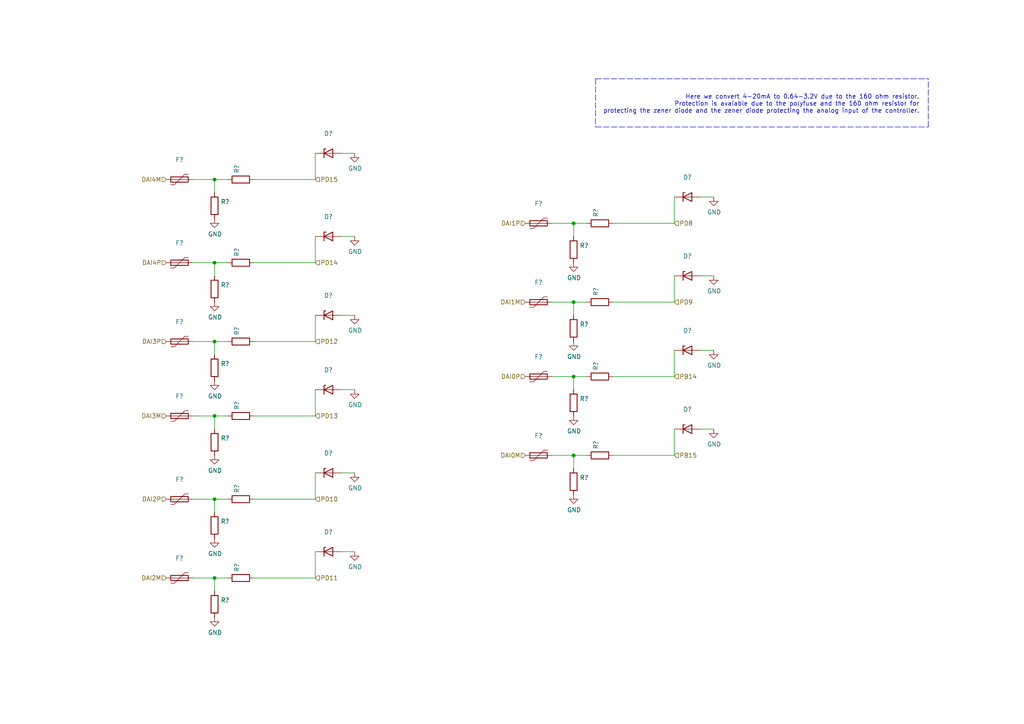
<source format=kicad_sch>
(kicad_sch (version 20211123) (generator eeschema)
  (paper "A4")
  (lib_symbols
    (symbol "DAC-ADC-PWM-IO-rescue:BZX84Cxx-Diode" (pin_numbers hide) (pin_names (offset 1.016) hide)
      (property "Reference" "D" (at 0 2.54 0))
      (property "Value" "BZX84Cxx-Diode" (at 0 -2.54 0))
      (symbol "BZX84Cxx-Diode_0_1"
        (polyline (pts (xy 1.27 0) (xy -1.27 0)))
        (polyline (pts (xy -1.27 -1.27) (xy -1.27 1.27) (xy -0.762 1.27)) (stroke (width 0.254)))
        (polyline (pts (xy 1.27 -1.27) (xy 1.27 1.27) (xy -1.27 0) (xy 1.27 -1.27)) (stroke (width 0.254)))
      )
      (symbol "BZX84Cxx-Diode_1_1"
        (pin passive line (at -3.81 0 0) (length 2.54) (name "K") (number "1"))
        (pin passive line (at 3.81 0 180) (length 2.54) (name "A") (number "2"))
      )
    )
    (symbol "Device:Polyfuse" (pin_numbers hide) (pin_names (offset 0))
      (property "Reference" "F" (at -2.54 0 90))
      (property "Value" "Polyfuse" (at 2.54 0 90))
      (symbol "Polyfuse_0_1"
        (rectangle (start -0.762 2.54) (end 0.762 -2.54) (stroke (width 0.254)))
        (polyline (pts (xy 0 2.54) (xy 0 -2.54)))
        (polyline (pts (xy -1.524 2.54) (xy -1.524 1.524) (xy 1.524 -1.524) (xy 1.524 -2.54)))
      )
      (symbol "Polyfuse_1_1"
        (pin passive line (at 0 3.81 270) (length 1.27) (name "~") (number "1"))
        (pin passive line (at 0 -3.81 90) (length 1.27) (name "~") (number "2"))
      )
    )
    (symbol "Device:R" (pin_numbers hide) (pin_names (offset 0))
      (property "Reference" "R" (at 2.032 0 90))
      (property "Value" "R" (at 0 0 90))
      (symbol "R_0_1"
        (rectangle (start -1.016 -2.54) (end 1.016 2.54) (stroke (width 0.254)))
      )
      (symbol "R_1_1"
        (pin passive line (at 0 3.81 270) (length 1.27) (name "~") (number "1"))
        (pin passive line (at 0 -3.81 90) (length 1.27) (name "~") (number "2"))
      )
    )
    (symbol "power:GND" (power) (pin_names (offset 0))
      (property "Value" "GND" (at 0 -3.81 0))
      (symbol "GND_0_1"
        (polyline (pts (xy 0 0) (xy 0 -1.27) (xy 1.27 -1.27) (xy 0 -2.54) (xy -1.27 -1.27) (xy 0 -1.27)))
      )
      (symbol "GND_1_1"
        (pin power_in line (at 0 0 270) (length 0) hide (name "GND") (number "1"))
      )
    )
  )
  (junction (at 166.37 109.22))
  (junction (at 166.37 64.77))
  (junction (at 62.23 76.2))
  (junction (at 62.23 167.64))
  (junction (at 166.37 132.08))
  (junction (at 62.23 99.06))
  (junction (at 62.23 120.65))
  (junction (at 166.37 87.63))
  (junction (at 62.23 52.07))
  (junction (at 62.23 144.78))
  (wire (pts (xy 166.37 91.44) (xy 166.37 87.63)))
  (wire (pts (xy 207.01 124.46) (xy 203.2 124.46)))
  (wire (pts (xy 91.44 44.45) (xy 91.44 52.07)))
  (wire (pts (xy 73.66 167.64) (xy 91.44 167.64)))
  (wire (pts (xy 160.02 132.08) (xy 166.37 132.08)))
  (wire (pts (xy 160.02 87.63) (xy 166.37 87.63)))
  (wire (pts (xy 62.23 167.64) (xy 66.04 167.64)))
  (wire (pts (xy 62.23 102.87) (xy 62.23 99.06)))
  (polyline (pts (xy 269.24 36.83) (xy 269.24 22.86)))
  (polyline (pts (xy 172.72 22.86) (xy 269.24 22.86)))
  (wire (pts (xy 91.44 68.58) (xy 91.44 76.2)))
  (wire (pts (xy 73.66 99.06) (xy 91.44 99.06)))
  (wire (pts (xy 73.66 120.65) (xy 91.44 120.65)))
  (wire (pts (xy 102.87 68.58) (xy 99.06 68.58)))
  (wire (pts (xy 55.88 52.07) (xy 62.23 52.07)))
  (wire (pts (xy 207.01 80.01) (xy 203.2 80.01)))
  (wire (pts (xy 195.58 101.6) (xy 195.58 109.22)))
  (wire (pts (xy 102.87 137.16) (xy 99.06 137.16)))
  (wire (pts (xy 62.23 76.2) (xy 66.04 76.2)))
  (wire (pts (xy 177.8 132.08) (xy 195.58 132.08)))
  (wire (pts (xy 166.37 68.58) (xy 166.37 64.77)))
  (wire (pts (xy 102.87 91.44) (xy 99.06 91.44)))
  (wire (pts (xy 91.44 91.44) (xy 91.44 99.06)))
  (wire (pts (xy 166.37 64.77) (xy 170.18 64.77)))
  (wire (pts (xy 62.23 99.06) (xy 66.04 99.06)))
  (wire (pts (xy 55.88 99.06) (xy 62.23 99.06)))
  (wire (pts (xy 102.87 160.02) (xy 99.06 160.02)))
  (wire (pts (xy 55.88 167.64) (xy 62.23 167.64)))
  (wire (pts (xy 195.58 57.15) (xy 195.58 64.77)))
  (wire (pts (xy 62.23 55.88) (xy 62.23 52.07)))
  (wire (pts (xy 55.88 144.78) (xy 62.23 144.78)))
  (wire (pts (xy 177.8 64.77) (xy 195.58 64.77)))
  (wire (pts (xy 166.37 132.08) (xy 170.18 132.08)))
  (wire (pts (xy 207.01 101.6) (xy 203.2 101.6)))
  (wire (pts (xy 102.87 113.03) (xy 99.06 113.03)))
  (polyline (pts (xy 172.72 36.83) (xy 269.24 36.83)))
  (wire (pts (xy 55.88 76.2) (xy 62.23 76.2)))
  (wire (pts (xy 62.23 144.78) (xy 66.04 144.78)))
  (wire (pts (xy 102.87 44.45) (xy 99.06 44.45)))
  (wire (pts (xy 62.23 124.46) (xy 62.23 120.65)))
  (wire (pts (xy 55.88 120.65) (xy 62.23 120.65)))
  (wire (pts (xy 62.23 148.59) (xy 62.23 144.78)))
  (wire (pts (xy 73.66 76.2) (xy 91.44 76.2)))
  (wire (pts (xy 62.23 80.01) (xy 62.23 76.2)))
  (wire (pts (xy 91.44 137.16) (xy 91.44 144.78)))
  (wire (pts (xy 195.58 80.01) (xy 195.58 87.63)))
  (wire (pts (xy 91.44 113.03) (xy 91.44 120.65)))
  (wire (pts (xy 166.37 135.89) (xy 166.37 132.08)))
  (wire (pts (xy 160.02 64.77) (xy 166.37 64.77)))
  (wire (pts (xy 166.37 113.03) (xy 166.37 109.22)))
  (wire (pts (xy 73.66 52.07) (xy 91.44 52.07)))
  (wire (pts (xy 166.37 87.63) (xy 170.18 87.63)))
  (wire (pts (xy 166.37 109.22) (xy 170.18 109.22)))
  (wire (pts (xy 207.01 57.15) (xy 203.2 57.15)))
  (wire (pts (xy 62.23 52.07) (xy 66.04 52.07)))
  (wire (pts (xy 177.8 109.22) (xy 195.58 109.22)))
  (wire (pts (xy 177.8 87.63) (xy 195.58 87.63)))
  (wire (pts (xy 160.02 109.22) (xy 166.37 109.22)))
  (polyline (pts (xy 172.72 22.86) (xy 172.72 36.83)))
  (wire (pts (xy 62.23 171.45) (xy 62.23 167.64)))
  (wire (pts (xy 62.23 120.65) (xy 66.04 120.65)))
  (wire (pts (xy 91.44 160.02) (xy 91.44 167.64)))
  (wire (pts (xy 195.58 124.46) (xy 195.58 132.08)))
  (wire (pts (xy 73.66 144.78) (xy 91.44 144.78)))
  (text "Here we convert 4-20mA to 0.64-3.2V due to the 160 ohm resistor.\nProtection is avaiable due to the polyfuse and the 160 ohm resistor for\nprotecting the zener diode and the zener diode protecting the analog input of the controller." (at 266.7 33.02 0) (effects (font (size 1.27 1.27)) (justify right bottom)))
  (hierarchical_label "PD11" (shape input) (at 91.44 167.64 0))
  (hierarchical_label "DAI1M" (shape input) (at 152.4 87.63 180))
  (hierarchical_label "PD13" (shape input) (at 91.44 120.65 0))
  (hierarchical_label "DAI3M" (shape input) (at 48.26 120.65 180))
  (hierarchical_label "DAI2M" (shape input) (at 48.26 167.64 180))
  (hierarchical_label "DAI1P" (shape input) (at 152.4 64.77 180))
  (hierarchical_label "DAI0P" (shape input) (at 152.4 109.22 180))
  (hierarchical_label "PD8" (shape input) (at 195.58 64.77 0))
  (hierarchical_label "PB15" (shape input) (at 195.58 132.08 0))
  (hierarchical_label "PD10" (shape input) (at 91.44 144.78 0))
  (hierarchical_label "PB14" (shape input) (at 195.58 109.22 0))
  (hierarchical_label "PD14" (shape input) (at 91.44 76.2 0))
  (hierarchical_label "DAI3P" (shape input) (at 48.26 99.06 180))
  (hierarchical_label "PD12" (shape input) (at 91.44 99.06 0))
  (hierarchical_label "PD15" (shape input) (at 91.44 52.07 0))
  (hierarchical_label "DAI4M" (shape input) (at 48.26 52.07 180))
  (hierarchical_label "PD9" (shape input) (at 195.58 87.63 0))
  (hierarchical_label "DAI0M" (shape input) (at 152.4 132.08 180))
  (hierarchical_label "DAI2P" (shape input) (at 48.26 144.78 180))
  (hierarchical_label "DAI4P" (shape input) (at 48.26 76.2 180))
  (symbol (lib_id "power:GND") (at 102.87 137.16 0) (unit 1)
    (property "Reference" "#PWR?" (effects hide))
  )
  (symbol (lib_id "power:GND") (at 207.01 57.15 0) (unit 1)
    (property "Reference" "#PWR?" (effects hide))
  )
  (symbol (lib_id "DAC-ADC-PWM-IO-rescue:BZX84Cxx-Diode") (at 199.39 57.15 0) (unit 1)
    (property "Reference" "D?" (at 199.39 51.435 0))
    (property "Datasheet" "863-BZX84C3V6LT1G" (effects hide))
    (property "LCSC" "C118564" (effects hide))
    (property "Comment" "Köp in lite" (effects hide))
  )
  (symbol (lib_id "power:GND") (at 102.87 44.45 0) (unit 1)
    (property "Reference" "#PWR?" (effects hide))
  )
  (symbol (lib_id "DAC-ADC-PWM-IO-rescue:BZX84Cxx-Diode") (at 95.25 44.45 0) (unit 1)
    (property "Reference" "D?" (at 95.25 38.735 0))
    (property "Datasheet" "863-BZX84C3V6LT1G" (effects hide))
    (property "LCSC" "C118564" (effects hide))
    (property "Comment" "Köp in lite" (effects hide))
  )
  (symbol (lib_id "power:GND") (at 207.01 80.01 0) (unit 1)
    (property "Reference" "#PWR?" (effects hide))
  )
  (symbol (lib_id "DAC-ADC-PWM-IO-rescue:BZX84Cxx-Diode") (at 199.39 80.01 0) (unit 1)
    (property "Reference" "D?" (at 199.39 74.295 0))
    (property "Datasheet" "863-BZX84C3V6LT1G" (effects hide))
    (property "LCSC" "C118564" (effects hide))
    (property "Comment" "Köp in lite" (effects hide))
  )
  (symbol (lib_id "Device:R") (at 166.37 72.39 0) (unit 1)
    (property "Reference" "R?" (at 168.148 71.2216 0) (effects (justify left)))
    (property "Datasheet" "660-RK73B1JTTD161J" (effects hide))
    (property "LCSC" "C22814" (effects hide))
    (property "Comment" "Mouser" (effects hide))
  )
  (symbol (lib_id "Device:Polyfuse") (at 156.21 64.77 270) (unit 1)
    (property "Reference" "F?" (at 156.21 59.055 90))
    (property "Datasheet" "530-0ZCM0001FF2G" (effects hide))
    (property "LCSC" "C426238" (effects hide))
    (property "Comment" "Mouser" (effects hide))
  )
  (symbol (lib_id "power:GND") (at 166.37 99.06 0) (unit 1)
    (property "Reference" "#PWR?" (effects hide))
  )
  (symbol (lib_id "Device:R") (at 69.85 52.07 90) (unit 1)
    (property "Reference" "R?" (at 68.6816 50.292 0) (effects (justify left)))
    (property "Datasheet" "660-RK73B1JTTD161J" (effects hide))
    (property "LCSC" "C25804" (effects hide))
    (property "Comment" "Mouser" (effects hide))
  )
  (symbol (lib_id "Device:R") (at 69.85 144.78 90) (unit 1)
    (property "Reference" "R?" (at 68.6816 143.002 0) (effects (justify left)))
    (property "Datasheet" "660-RK73B1JTTD161J" (effects hide))
    (property "Comment" "Mouser" (effects hide))
  )
  (symbol (lib_id "Device:R") (at 173.99 64.77 90) (unit 1)
    (property "Reference" "R?" (at 172.8216 62.992 0) (effects (justify left)))
    (property "Datasheet" "660-RK73B1JTTD161J" (effects hide))
    (property "Comment" "Mouser" (effects hide))
  )
  (symbol (lib_id "DAC-ADC-PWM-IO-rescue:BZX84Cxx-Diode") (at 95.25 137.16 0) (unit 1)
    (property "Reference" "D?" (at 95.25 131.445 0))
    (property "Datasheet" "863-BZX84C3V6LT1G" (effects hide))
    (property "LCSC" "C118564" (effects hide))
    (property "Comment" "Köp in lite" (effects hide))
  )
  (symbol (lib_id "Device:R") (at 62.23 152.4 0) (unit 1)
    (property "Reference" "R?" (at 64.008 151.2316 0) (effects (justify left)))
    (property "Datasheet" "660-RK73B1JTTD161J" (effects hide))
    (property "LCSC" "C22814" (effects hide))
    (property "Comment" "Mouser" (effects hide))
  )
  (symbol (lib_id "Device:Polyfuse") (at 52.07 144.78 270) (unit 1)
    (property "Reference" "F?" (at 52.07 139.065 90))
    (property "Datasheet" "530-0ZCM0001FF2G" (effects hide))
    (property "LCSC" "C426238" (effects hide))
    (property "Comment" "Mouser" (effects hide))
  )
  (symbol (lib_id "power:GND") (at 62.23 156.21 0) (unit 1)
    (property "Reference" "#PWR?" (effects hide))
  )
  (symbol (lib_id "power:GND") (at 166.37 76.2 0) (unit 1)
    (property "Reference" "#PWR?" (effects hide))
  )
  (symbol (lib_id "Device:R") (at 62.23 59.69 0) (unit 1)
    (property "Reference" "R?" (at 64.008 58.5216 0) (effects (justify left)))
    (property "Datasheet" "660-RK73B1JTTD161J" (effects hide))
    (property "LCSC" "C22814" (effects hide))
    (property "Comment" "Mouser" (effects hide))
  )
  (symbol (lib_id "Device:Polyfuse") (at 52.07 52.07 270) (unit 1)
    (property "Reference" "F?" (at 52.07 46.355 90))
    (property "Datasheet" "530-0ZCM0001FF2G" (effects hide))
    (property "LCSC" "C426238" (effects hide))
    (property "Comment" "Mouser" (effects hide))
  )
  (symbol (lib_id "power:GND") (at 62.23 63.5 0) (unit 1)
    (property "Reference" "#PWR?" (effects hide))
  )
  (symbol (lib_id "Device:R") (at 166.37 95.25 0) (unit 1)
    (property "Reference" "R?" (at 168.148 94.0816 0) (effects (justify left)))
    (property "Datasheet" "660-RK73B1JTTD161J" (effects hide))
    (property "LCSC" "C22814" (effects hide))
    (property "Comment" "Mouser" (effects hide))
  )
  (symbol (lib_id "Device:Polyfuse") (at 156.21 87.63 270) (unit 1)
    (property "Reference" "F?" (at 156.21 81.915 90))
    (property "Datasheet" "530-0ZCM0001FF2G" (effects hide))
    (property "LCSC" "C426238" (effects hide))
    (property "Comment" "Mouser" (effects hide))
  )
  (symbol (lib_id "Device:R") (at 173.99 87.63 90) (unit 1)
    (property "Reference" "R?" (at 172.8216 85.852 0) (effects (justify left)))
    (property "Datasheet" "660-RK73B1JTTD161J" (effects hide))
    (property "Comment" "Mouser" (effects hide))
  )
  (symbol (lib_id "Device:R") (at 166.37 139.7 0) (unit 1)
    (property "Reference" "R?" (at 168.148 138.5316 0) (effects (justify left)))
    (property "Datasheet" "660-RK73B1JTTD161J" (effects hide))
    (property "LCSC" "C22814" (effects hide))
    (property "Comment" "Mouser" (effects hide))
  )
  (symbol (lib_id "Device:Polyfuse") (at 156.21 132.08 270) (unit 1)
    (property "Reference" "F?" (at 156.21 126.365 90))
    (property "Datasheet" "530-0ZCM0001FF2G" (effects hide))
    (property "LCSC" "C426238" (effects hide))
    (property "Comment" "Mouser" (effects hide))
  )
  (symbol (lib_id "power:GND") (at 166.37 143.51 0) (unit 1)
    (property "Reference" "#PWR?" (effects hide))
  )
  (symbol (lib_id "Device:R") (at 62.23 83.82 0) (unit 1)
    (property "Reference" "R?" (at 64.008 82.6516 0) (effects (justify left)))
    (property "Datasheet" "660-RK73B1JTTD161J" (effects hide))
    (property "LCSC" "C22814" (effects hide))
    (property "Comment" "Mouser" (effects hide))
  )
  (symbol (lib_id "Device:Polyfuse") (at 52.07 76.2 270) (unit 1)
    (property "Reference" "F?" (at 52.07 70.485 90))
    (property "Datasheet" "530-0ZCM0001FF2G" (effects hide))
    (property "LCSC" "C426238" (effects hide))
    (property "Comment" "Mouser" (effects hide))
  )
  (symbol (lib_id "power:GND") (at 62.23 87.63 0) (unit 1)
    (property "Reference" "#PWR?" (effects hide))
  )
  (symbol (lib_id "Device:R") (at 62.23 106.68 0) (unit 1)
    (property "Reference" "R?" (at 64.008 105.5116 0) (effects (justify left)))
    (property "Datasheet" "660-RK73B1JTTD161J" (effects hide))
    (property "LCSC" "C22814" (effects hide))
    (property "Comment" "Mouser" (effects hide))
  )
  (symbol (lib_id "Device:Polyfuse") (at 52.07 99.06 270) (unit 1)
    (property "Reference" "F?" (at 52.07 93.345 90))
    (property "Datasheet" "530-0ZCM0001FF2G" (effects hide))
    (property "LCSC" "C426238" (effects hide))
    (property "Comment" "Mouser" (effects hide))
  )
  (symbol (lib_id "power:GND") (at 62.23 110.49 0) (unit 1)
    (property "Reference" "#PWR?" (effects hide))
  )
  (symbol (lib_id "Device:R") (at 166.37 116.84 0) (unit 1)
    (property "Reference" "R?" (at 168.148 115.6716 0) (effects (justify left)))
    (property "Datasheet" "660-RK73B1JTTD161J" (effects hide))
    (property "LCSC" "C22814" (effects hide))
    (property "Comment" "Mouser" (effects hide))
  )
  (symbol (lib_id "Device:Polyfuse") (at 156.21 109.22 270) (unit 1)
    (property "Reference" "F?" (at 156.21 103.505 90))
    (property "Datasheet" "530-0ZCM0001FF2G" (effects hide))
    (property "LCSC" "C426238" (effects hide))
    (property "Comment" "Mouser" (effects hide))
  )
  (symbol (lib_id "power:GND") (at 166.37 120.65 0) (unit 1)
    (property "Reference" "#PWR?" (effects hide))
  )
  (symbol (lib_id "power:GND") (at 207.01 124.46 0) (unit 1)
    (property "Reference" "#PWR?" (effects hide))
  )
  (symbol (lib_id "DAC-ADC-PWM-IO-rescue:BZX84Cxx-Diode") (at 199.39 124.46 0) (unit 1)
    (property "Reference" "D?" (at 199.39 118.745 0))
    (property "Datasheet" "863-BZX84C3V6LT1G" (effects hide))
    (property "LCSC" "C118564" (effects hide))
    (property "Comment" "Köp in lite" (effects hide))
  )
  (symbol (lib_id "power:GND") (at 102.87 68.58 0) (unit 1)
    (property "Reference" "#PWR?" (effects hide))
  )
  (symbol (lib_id "DAC-ADC-PWM-IO-rescue:BZX84Cxx-Diode") (at 95.25 68.58 0) (unit 1)
    (property "Reference" "D?" (at 95.25 62.865 0))
    (property "Datasheet" "863-BZX84C3V6LT1G" (effects hide))
    (property "LCSC" "C118564" (effects hide))
    (property "Comment" "Köp in lite" (effects hide))
  )
  (symbol (lib_id "power:GND") (at 102.87 91.44 0) (unit 1)
    (property "Reference" "#PWR?" (effects hide))
  )
  (symbol (lib_id "DAC-ADC-PWM-IO-rescue:BZX84Cxx-Diode") (at 95.25 91.44 0) (unit 1)
    (property "Reference" "D?" (at 95.25 85.725 0))
    (property "Datasheet" "863-BZX84C3V6LT1G" (effects hide))
    (property "LCSC" "C118564" (effects hide))
    (property "Comment" "Köp in lite" (effects hide))
  )
  (symbol (lib_id "power:GND") (at 207.01 101.6 0) (unit 1)
    (property "Reference" "#PWR?" (effects hide))
  )
  (symbol (lib_id "DAC-ADC-PWM-IO-rescue:BZX84Cxx-Diode") (at 199.39 101.6 0) (unit 1)
    (property "Reference" "D?" (at 199.39 95.885 0))
    (property "Datasheet" "863-BZX84C3V6LT1G" (effects hide))
    (property "LCSC" "C118564" (effects hide))
    (property "Comment" "Köp in lite" (effects hide))
  )
  (symbol (lib_id "Device:R") (at 69.85 99.06 90) (unit 1)
    (property "Reference" "R?" (at 68.6816 97.282 0) (effects (justify left)))
    (property "Datasheet" "660-RK73B1JTTD161J" (effects hide))
    (property "Comment" "Mouser" (effects hide))
  )
  (symbol (lib_id "Device:R") (at 173.99 109.22 90) (unit 1)
    (property "Reference" "R?" (at 172.8216 107.442 0) (effects (justify left)))
    (property "Datasheet" "660-RK73B1JTTD161J" (effects hide))
    (property "Comment" "Mouser" (effects hide))
  )
  (symbol (lib_id "Device:R") (at 173.99 132.08 90) (unit 1)
    (property "Reference" "R?" (at 172.8216 130.302 0) (effects (justify left)))
    (property "Datasheet" "660-RK73B1JTTD161J" (effects hide))
    (property "Comment" "Mouser" (effects hide))
  )
  (symbol (lib_id "Device:R") (at 69.85 76.2 90) (unit 1)
    (property "Reference" "R?" (at 68.6816 74.422 0) (effects (justify left)))
    (property "Datasheet" "660-RK73B1JTTD161J" (effects hide))
    (property "Comment" "Mouser" (effects hide))
  )
  (symbol (lib_id "Device:R") (at 62.23 128.27 0) (unit 1)
    (property "Reference" "R?" (at 64.008 127.1016 0) (effects (justify left)))
    (property "Datasheet" "660-RK73B1JTTD161J" (effects hide))
    (property "LCSC" "C22814" (effects hide))
    (property "Comment" "Mouser" (effects hide))
  )
  (symbol (lib_id "Device:Polyfuse") (at 52.07 120.65 270) (unit 1)
    (property "Reference" "F?" (at 52.07 114.935 90))
    (property "Datasheet" "530-0ZCM0001FF2G" (effects hide))
    (property "LCSC" "C426238" (effects hide))
    (property "Comment" "Mouser" (effects hide))
  )
  (symbol (lib_id "power:GND") (at 62.23 132.08 0) (unit 1)
    (property "Reference" "#PWR?" (effects hide))
  )
  (symbol (lib_id "Device:R") (at 62.23 175.26 0) (unit 1)
    (property "Reference" "R?" (at 64.008 174.0916 0) (effects (justify left)))
    (property "Datasheet" "660-RK73B1JTTD161J" (effects hide))
    (property "LCSC" "C22814" (effects hide))
    (property "Comment" "Mouser" (effects hide))
  )
  (symbol (lib_id "Device:Polyfuse") (at 52.07 167.64 270) (unit 1)
    (property "Reference" "F?" (at 52.07 161.925 90))
    (property "Datasheet" "530-0ZCM0001FF2G" (effects hide))
    (property "LCSC" "C426238" (effects hide))
    (property "Comment" "Mouser" (effects hide))
  )
  (symbol (lib_id "power:GND") (at 62.23 179.07 0) (unit 1)
    (property "Reference" "#PWR?" (effects hide))
  )
  (symbol (lib_id "power:GND") (at 102.87 113.03 0) (unit 1)
    (property "Reference" "#PWR?" (effects hide))
  )
  (symbol (lib_id "DAC-ADC-PWM-IO-rescue:BZX84Cxx-Diode") (at 95.25 113.03 0) (unit 1)
    (property "Reference" "D?" (at 95.25 107.315 0))
    (property "Datasheet" "863-BZX84C3V6LT1G" (effects hide))
    (property "LCSC" "C118564" (effects hide))
    (property "Comment" "Köp in lite" (effects hide))
  )
  (symbol (lib_id "power:GND") (at 102.87 160.02 0) (unit 1)
    (property "Reference" "#PWR?" (effects hide))
  )
  (symbol (lib_id "DAC-ADC-PWM-IO-rescue:BZX84Cxx-Diode") (at 95.25 160.02 0) (unit 1)
    (property "Reference" "D?" (at 95.25 154.305 0))
    (property "Datasheet" "863-BZX84C3V6LT1G" (effects hide))
    (property "LCSC" "C118564" (effects hide))
    (property "Comment" "Köp in lite" (effects hide))
  )
  (symbol (lib_id "Device:R") (at 69.85 120.65 90) (unit 1)
    (property "Reference" "R?" (at 68.6816 118.872 0) (effects (justify left)))
    (property "Datasheet" "660-RK73B1JTTD161J" (effects hide))
    (property "Comment" "Mouser" (effects hide))
  )
  (symbol (lib_id "Device:R") (at 69.85 167.64 90) (unit 1)
    (property "Reference" "R?" (at 68.6816 165.862 0) (effects (justify left)))
    (property "Datasheet" "660-RK73B1JTTD161J" (effects hide))
    (property "Comment" "Mouser" (effects hide))
  )
)
</source>
